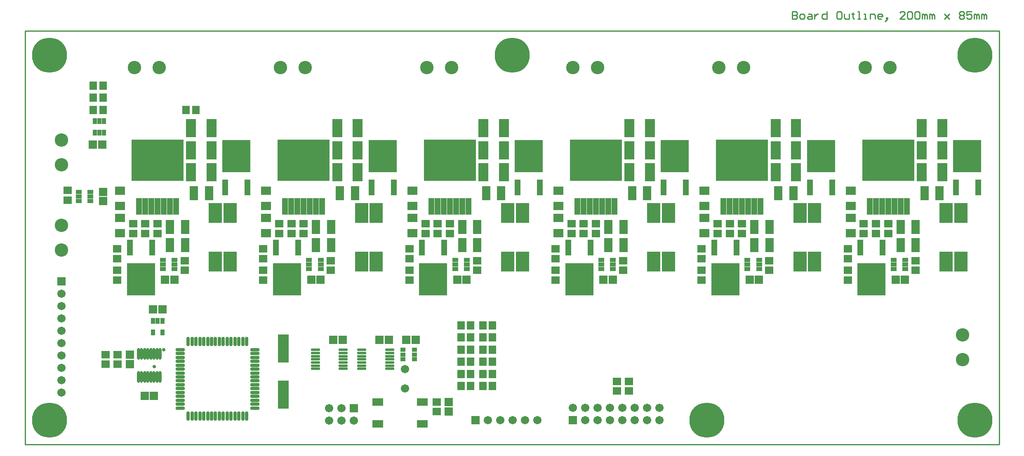
<source format=gts>
%FSLAX44Y44*%
%MOMM*%
G71*
G01*
G75*
G04 Layer_Color=8388736*
%ADD10R,1.6000X1.5000*%
%ADD11R,1.5000X1.4000*%
%ADD12R,1.4000X1.5000*%
%ADD13R,0.6500X1.1000*%
%ADD14R,1.5000X1.6000*%
%ADD15R,1.1000X0.6500*%
%ADD16R,0.9500X3.2000*%
%ADD17R,10.5000X8.3000*%
%ADD18R,1.8000X3.5000*%
%ADD19R,1.9000X1.5000*%
%ADD20O,0.4000X2.2500*%
%ADD21R,0.9000X0.6500*%
%ADD22O,1.7000X0.3500*%
%ADD23O,0.5500X1.7500*%
%ADD24O,1.7500X0.5500*%
%ADD25R,2.5000X3.8500*%
%ADD26R,1.5000X2.8000*%
%ADD27R,1.0000X3.0500*%
%ADD28R,5.5500X6.5000*%
%ADD29R,2.1000X5.6000*%
%ADD30R,2.1000X1.4000*%
%ADD31C,0.2000*%
%ADD32C,1.5000*%
%ADD33C,0.8000*%
%ADD34C,1.2000*%
%ADD35C,0.7500*%
%ADD36C,1.0000*%
%ADD37C,0.2540*%
%ADD38R,1.5000X1.5000*%
%ADD39C,1.5000*%
%ADD40R,1.5000X1.5000*%
%ADD41C,1.0000*%
%ADD42C,7.0000*%
%ADD43C,2.5400*%
%ADD44C,0.5000*%
%ADD45C,0.9000*%
%ADD46C,1.0160*%
%ADD47C,1.9160*%
G04:AMPARAMS|DCode=48|XSize=2.424mm|YSize=2.424mm|CornerRadius=0mm|HoleSize=0mm|Usage=FLASHONLY|Rotation=0.000|XOffset=0mm|YOffset=0mm|HoleType=Round|Shape=Relief|Width=0.254mm|Gap=0.254mm|Entries=4|*
%AMTHD48*
7,0,0,2.4240,1.9160,0.2540,45*
%
%ADD48THD48*%
%ADD49C,1.3160*%
%ADD50C,4.5160*%
%ADD51C,2.5160*%
G04:AMPARAMS|DCode=52|XSize=3.024mm|YSize=3.024mm|CornerRadius=0mm|HoleSize=0mm|Usage=FLASHONLY|Rotation=0.000|XOffset=0mm|YOffset=0mm|HoleType=Round|Shape=Relief|Width=0.254mm|Gap=0.254mm|Entries=4|*
%AMTHD52*
7,0,0,3.0240,2.5160,0.2540,45*
%
%ADD52THD52*%
%ADD53C,1.2160*%
%ADD54C,1.5160*%
%ADD55C,0.2500*%
%ADD56C,0.6000*%
%ADD57C,0.3810*%
%ADD58C,0.2032*%
%ADD59R,1.8032X1.7032*%
%ADD60R,1.7032X1.6032*%
%ADD61R,1.6032X1.7032*%
%ADD62R,0.8532X1.3032*%
%ADD63R,1.7032X1.8032*%
%ADD64R,1.3032X0.8532*%
%ADD65R,1.1532X3.4032*%
%ADD66R,10.7032X8.5032*%
%ADD67R,2.0032X3.7032*%
%ADD68R,2.1032X1.7032*%
%ADD69O,0.6032X2.4532*%
%ADD70R,1.1032X0.8532*%
%ADD71O,1.9032X0.5532*%
%ADD72O,0.7532X1.9532*%
%ADD73O,1.9532X0.7532*%
%ADD74R,2.7032X4.0532*%
%ADD75R,1.7032X3.0032*%
%ADD76R,1.2032X3.2532*%
%ADD77R,5.7532X6.7032*%
%ADD78R,2.3032X5.8032*%
%ADD79R,2.3032X1.6032*%
%ADD80R,1.7032X1.7032*%
%ADD81C,1.7032*%
%ADD82R,1.7032X1.7032*%
%ADD83C,1.2032*%
%ADD84C,7.2032*%
%ADD85C,2.7432*%
%ADD86C,0.7032*%
D37*
X1450000Y1825000D02*
Y2675000D01*
Y1825000D02*
X3450000D01*
Y2675000D01*
X1450000D02*
X3450000D01*
X3025000Y2715235D02*
Y2700000D01*
X3032617D01*
X3035157Y2702539D01*
Y2705078D01*
X3032617Y2707617D01*
X3025000D01*
X3032617D01*
X3035157Y2710157D01*
Y2712696D01*
X3032617Y2715235D01*
X3025000D01*
X3042774Y2700000D02*
X3047852D01*
X3050392Y2702539D01*
Y2707617D01*
X3047852Y2710157D01*
X3042774D01*
X3040235Y2707617D01*
Y2702539D01*
X3042774Y2700000D01*
X3058009Y2710157D02*
X3063088D01*
X3065627Y2707617D01*
Y2700000D01*
X3058009D01*
X3055470Y2702539D01*
X3058009Y2705078D01*
X3065627D01*
X3070705Y2710157D02*
Y2700000D01*
Y2705078D01*
X3073244Y2707617D01*
X3075784Y2710157D01*
X3078323D01*
X3096097Y2715235D02*
Y2700000D01*
X3088480D01*
X3085940Y2702539D01*
Y2707617D01*
X3088480Y2710157D01*
X3096097D01*
X3124028Y2715235D02*
X3118950D01*
X3116411Y2712696D01*
Y2702539D01*
X3118950Y2700000D01*
X3124028D01*
X3126567Y2702539D01*
Y2712696D01*
X3124028Y2715235D01*
X3131646Y2710157D02*
Y2702539D01*
X3134185Y2700000D01*
X3141802D01*
Y2710157D01*
X3149420Y2712696D02*
Y2710157D01*
X3146880D01*
X3151959D01*
X3149420D01*
Y2702539D01*
X3151959Y2700000D01*
X3159576D02*
X3164655D01*
X3162115D01*
Y2715235D01*
X3159576D01*
X3172272Y2700000D02*
X3177351D01*
X3174811D01*
Y2710157D01*
X3172272D01*
X3184968Y2700000D02*
Y2710157D01*
X3192586D01*
X3195125Y2707617D01*
Y2700000D01*
X3207821D02*
X3202743D01*
X3200203Y2702539D01*
Y2707617D01*
X3202743Y2710157D01*
X3207821D01*
X3210360Y2707617D01*
Y2705078D01*
X3200203D01*
X3217978Y2697461D02*
X3220517Y2700000D01*
Y2702539D01*
X3217978D01*
Y2700000D01*
X3220517D01*
X3217978Y2697461D01*
X3215439Y2694922D01*
X3256065Y2700000D02*
X3245909D01*
X3256065Y2710157D01*
Y2712696D01*
X3253526Y2715235D01*
X3248448D01*
X3245909Y2712696D01*
X3261143D02*
X3263683Y2715235D01*
X3268761D01*
X3271300Y2712696D01*
Y2702539D01*
X3268761Y2700000D01*
X3263683D01*
X3261143Y2702539D01*
Y2712696D01*
X3276379D02*
X3278918Y2715235D01*
X3283996D01*
X3286535Y2712696D01*
Y2702539D01*
X3283996Y2700000D01*
X3278918D01*
X3276379Y2702539D01*
Y2712696D01*
X3291614Y2700000D02*
Y2710157D01*
X3294153D01*
X3296692Y2707617D01*
Y2700000D01*
Y2707617D01*
X3299231Y2710157D01*
X3301771Y2707617D01*
Y2700000D01*
X3306849D02*
Y2710157D01*
X3309388D01*
X3311927Y2707617D01*
Y2700000D01*
Y2707617D01*
X3314466Y2710157D01*
X3317006Y2707617D01*
Y2700000D01*
X3337319Y2710157D02*
X3347476Y2700000D01*
X3342397Y2705078D01*
X3347476Y2710157D01*
X3337319Y2700000D01*
X3367789Y2712696D02*
X3370328Y2715235D01*
X3375406D01*
X3377946Y2712696D01*
Y2710157D01*
X3375406Y2707617D01*
X3377946Y2705078D01*
Y2702539D01*
X3375406Y2700000D01*
X3370328D01*
X3367789Y2702539D01*
Y2705078D01*
X3370328Y2707617D01*
X3367789Y2710157D01*
Y2712696D01*
X3370328Y2707617D02*
X3375406D01*
X3393181Y2715235D02*
X3383024D01*
Y2707617D01*
X3388102Y2710157D01*
X3390642D01*
X3393181Y2707617D01*
Y2702539D01*
X3390642Y2700000D01*
X3385563D01*
X3383024Y2702539D01*
X3398259Y2700000D02*
Y2710157D01*
X3400798D01*
X3403338Y2707617D01*
Y2700000D01*
Y2707617D01*
X3405877Y2710157D01*
X3408416Y2707617D01*
Y2700000D01*
X3413494D02*
Y2710157D01*
X3416034D01*
X3418573Y2707617D01*
Y2700000D01*
Y2707617D01*
X3421112Y2710157D01*
X3423651Y2707617D01*
Y2700000D01*
D59*
X1665000Y1990500D02*
D03*
Y2009500D02*
D03*
X1610000Y2344500D02*
D03*
Y2325500D02*
D03*
X2320000Y1893000D02*
D03*
Y1912000D02*
D03*
D60*
X1640000Y2010000D02*
D03*
Y1990000D02*
D03*
X1615000Y2010000D02*
D03*
Y1990000D02*
D03*
X1537500Y2347500D02*
D03*
Y2327500D02*
D03*
X2690000Y1935000D02*
D03*
Y1955000D02*
D03*
X2665000Y1935000D02*
D03*
Y1955000D02*
D03*
X2295000Y1892500D02*
D03*
Y1912500D02*
D03*
X3172000Y2279000D02*
D03*
Y2259000D02*
D03*
X3222000Y2279000D02*
D03*
Y2259000D02*
D03*
X3197000D02*
D03*
Y2279000D02*
D03*
X3139000Y2163000D02*
D03*
Y2183000D02*
D03*
Y2207000D02*
D03*
Y2227000D02*
D03*
X3278000Y2203000D02*
D03*
Y2183000D02*
D03*
X2272000Y2279000D02*
D03*
Y2259000D02*
D03*
X2322000Y2279000D02*
D03*
Y2259000D02*
D03*
X2297000D02*
D03*
Y2279000D02*
D03*
X2239000Y2163000D02*
D03*
Y2183000D02*
D03*
Y2207000D02*
D03*
Y2227000D02*
D03*
X2378000Y2203000D02*
D03*
Y2183000D02*
D03*
X2872000Y2279000D02*
D03*
Y2259000D02*
D03*
X2922000Y2279000D02*
D03*
Y2259000D02*
D03*
X2897000D02*
D03*
Y2279000D02*
D03*
X2839000Y2163000D02*
D03*
Y2183000D02*
D03*
Y2207000D02*
D03*
Y2227000D02*
D03*
X2978000Y2203000D02*
D03*
Y2183000D02*
D03*
X2572000Y2279000D02*
D03*
Y2259000D02*
D03*
X2622000Y2279000D02*
D03*
Y2259000D02*
D03*
X2597000D02*
D03*
Y2279000D02*
D03*
X2539000Y2163000D02*
D03*
Y2183000D02*
D03*
Y2207000D02*
D03*
Y2227000D02*
D03*
X2678000Y2203000D02*
D03*
Y2183000D02*
D03*
X1672000Y2279000D02*
D03*
Y2259000D02*
D03*
X1722000Y2279000D02*
D03*
Y2259000D02*
D03*
X1697000D02*
D03*
Y2279000D02*
D03*
X1639000Y2163000D02*
D03*
Y2183000D02*
D03*
Y2207000D02*
D03*
Y2227000D02*
D03*
X1778000Y2203000D02*
D03*
Y2183000D02*
D03*
X1972000Y2279000D02*
D03*
Y2259000D02*
D03*
X2022000Y2279000D02*
D03*
Y2259000D02*
D03*
X1997000D02*
D03*
Y2279000D02*
D03*
X1939000Y2163000D02*
D03*
Y2183000D02*
D03*
Y2207000D02*
D03*
Y2227000D02*
D03*
X2078000Y2203000D02*
D03*
Y2183000D02*
D03*
D61*
X1590250Y2512750D02*
D03*
X1610250D02*
D03*
Y2537750D02*
D03*
X1590250D02*
D03*
Y2562750D02*
D03*
X1610250D02*
D03*
X2345000Y1945000D02*
D03*
X2365000D02*
D03*
X2345000Y1970000D02*
D03*
X2365000D02*
D03*
X2345000Y1995000D02*
D03*
X2365000D02*
D03*
X2345000Y2020000D02*
D03*
X2365000D02*
D03*
X2345000Y2045000D02*
D03*
X2365000D02*
D03*
X2345000Y2070000D02*
D03*
X2365000D02*
D03*
X1780500Y2512750D02*
D03*
X1800500D02*
D03*
X2410000Y2070000D02*
D03*
X2390000D02*
D03*
X2410000Y2045000D02*
D03*
X2390000D02*
D03*
X2410000Y2020000D02*
D03*
X2390000D02*
D03*
X2410000Y1995000D02*
D03*
X2390000D02*
D03*
X2410000Y1970000D02*
D03*
X2390000D02*
D03*
X2410000Y1945000D02*
D03*
X2390000D02*
D03*
D62*
X1593250Y2489750D02*
D03*
X1602750D02*
D03*
X1612250D02*
D03*
Y2465750D02*
D03*
X1602750D02*
D03*
X1593250D02*
D03*
X1732000Y2055500D02*
D03*
X1713000D02*
D03*
Y2079500D02*
D03*
X1722500D02*
D03*
X1732000D02*
D03*
D63*
X1608250Y2441500D02*
D03*
X1589250D02*
D03*
X2233000Y2040000D02*
D03*
X2252000D02*
D03*
X2083000D02*
D03*
X2102000D02*
D03*
X2178000D02*
D03*
X2197000D02*
D03*
X1732000Y2102500D02*
D03*
X1713000D02*
D03*
X1695500Y1925000D02*
D03*
X1714500D02*
D03*
X3256500Y2164000D02*
D03*
X3237500D02*
D03*
X2356500D02*
D03*
X2337500D02*
D03*
X2956500D02*
D03*
X2937500D02*
D03*
X2656500D02*
D03*
X2637500D02*
D03*
X1756500D02*
D03*
X1737500D02*
D03*
X2056500D02*
D03*
X2037500D02*
D03*
D64*
X1560500Y2325500D02*
D03*
Y2335000D02*
D03*
Y2344500D02*
D03*
X1584500D02*
D03*
Y2335000D02*
D03*
Y2325500D02*
D03*
X3233000Y2204500D02*
D03*
Y2195000D02*
D03*
Y2185500D02*
D03*
X3257000D02*
D03*
Y2195000D02*
D03*
Y2204500D02*
D03*
X2333000D02*
D03*
Y2195000D02*
D03*
Y2185500D02*
D03*
X2357000D02*
D03*
Y2195000D02*
D03*
Y2204500D02*
D03*
X2933000D02*
D03*
Y2195000D02*
D03*
Y2185500D02*
D03*
X2957000D02*
D03*
Y2195000D02*
D03*
Y2204500D02*
D03*
X2633000D02*
D03*
Y2195000D02*
D03*
Y2185500D02*
D03*
X2657000D02*
D03*
Y2195000D02*
D03*
Y2204500D02*
D03*
X1733000D02*
D03*
Y2195000D02*
D03*
Y2185500D02*
D03*
X1757000D02*
D03*
Y2195000D02*
D03*
Y2204500D02*
D03*
X2033000D02*
D03*
Y2195000D02*
D03*
Y2185500D02*
D03*
X2057000D02*
D03*
Y2195000D02*
D03*
Y2204500D02*
D03*
D65*
X2883900Y2314500D02*
D03*
X2896600D02*
D03*
X2909300D02*
D03*
X2922000D02*
D03*
X2934700D02*
D03*
X2947400D02*
D03*
X2960100D02*
D03*
X1683900D02*
D03*
X1696600D02*
D03*
X1709300D02*
D03*
X1722000D02*
D03*
X1734700D02*
D03*
X1747400D02*
D03*
X1760100D02*
D03*
X2583900D02*
D03*
X2596600D02*
D03*
X2609300D02*
D03*
X2622000D02*
D03*
X2634700D02*
D03*
X2647400D02*
D03*
X2660100D02*
D03*
X1983900D02*
D03*
X1996600D02*
D03*
X2009300D02*
D03*
X2022000D02*
D03*
X2034700D02*
D03*
X2047400D02*
D03*
X2060100D02*
D03*
X2283900D02*
D03*
X2296600D02*
D03*
X2309300D02*
D03*
X2322000D02*
D03*
X2334700D02*
D03*
X2347400D02*
D03*
X2360100D02*
D03*
X3183900D02*
D03*
X3196600D02*
D03*
X3209300D02*
D03*
X3222000D02*
D03*
X3234700D02*
D03*
X3247400D02*
D03*
X3260100D02*
D03*
D66*
X2922000Y2409000D02*
D03*
X1722000D02*
D03*
X2622000D02*
D03*
X2022000D02*
D03*
X2322000D02*
D03*
X3222000D02*
D03*
D67*
X1833000Y2475000D02*
D03*
X1791000D02*
D03*
X2733000D02*
D03*
X2691000D02*
D03*
X2133000D02*
D03*
X2091000D02*
D03*
X3033000D02*
D03*
X2991000D02*
D03*
X2433000D02*
D03*
X2391000D02*
D03*
X3333000D02*
D03*
X3291000D02*
D03*
X3291000Y2385000D02*
D03*
X3333000D02*
D03*
X3291000Y2430000D02*
D03*
X3333000D02*
D03*
X2391000Y2385000D02*
D03*
X2433000D02*
D03*
X2391000Y2430000D02*
D03*
X2433000D02*
D03*
X2991000Y2385000D02*
D03*
X3033000D02*
D03*
X2991000Y2430000D02*
D03*
X3033000D02*
D03*
X2691000Y2385000D02*
D03*
X2733000D02*
D03*
X2691000Y2430000D02*
D03*
X2733000D02*
D03*
X1791000Y2385000D02*
D03*
X1833000D02*
D03*
X1791000Y2430000D02*
D03*
X1833000D02*
D03*
X2091000Y2385000D02*
D03*
X2133000D02*
D03*
X2091000Y2430000D02*
D03*
X2133000D02*
D03*
D68*
X3145000Y2290500D02*
D03*
Y2259500D02*
D03*
X2245000Y2290500D02*
D03*
Y2259500D02*
D03*
X2845000Y2290500D02*
D03*
Y2259500D02*
D03*
X1945000Y2290500D02*
D03*
Y2259500D02*
D03*
X2545000Y2290500D02*
D03*
Y2259500D02*
D03*
X1645000Y2290500D02*
D03*
Y2259500D02*
D03*
X3145000Y2346500D02*
D03*
Y2315500D02*
D03*
X2245000Y2346500D02*
D03*
Y2315500D02*
D03*
X2845000Y2346500D02*
D03*
Y2315500D02*
D03*
X2545000Y2346500D02*
D03*
Y2315500D02*
D03*
X1645000Y2346500D02*
D03*
Y2315500D02*
D03*
X1945000Y2346500D02*
D03*
Y2315500D02*
D03*
D69*
X1682775Y1963750D02*
D03*
X1689125D02*
D03*
X1695475D02*
D03*
X1701825D02*
D03*
X1708175D02*
D03*
X1714525D02*
D03*
X1720875D02*
D03*
X1727225D02*
D03*
X1682775Y2011250D02*
D03*
X1689125D02*
D03*
X1695475D02*
D03*
X1701825D02*
D03*
X1708175D02*
D03*
X1714525D02*
D03*
X1720875D02*
D03*
X1727225D02*
D03*
D70*
X2225500Y2000500D02*
D03*
Y2010000D02*
D03*
Y2019500D02*
D03*
X2249500D02*
D03*
Y2010000D02*
D03*
Y2000500D02*
D03*
D71*
X2046500Y2019500D02*
D03*
Y2013000D02*
D03*
Y2006500D02*
D03*
Y2000000D02*
D03*
Y1993500D02*
D03*
Y1987000D02*
D03*
Y1980500D02*
D03*
X2103500Y2019500D02*
D03*
Y2013000D02*
D03*
Y2006500D02*
D03*
Y2000000D02*
D03*
Y1993500D02*
D03*
Y1987000D02*
D03*
Y1980500D02*
D03*
X2141500Y2019500D02*
D03*
Y2013000D02*
D03*
Y2006500D02*
D03*
Y2000000D02*
D03*
Y1993500D02*
D03*
Y1987000D02*
D03*
Y1980500D02*
D03*
X2198500Y2019500D02*
D03*
Y2013000D02*
D03*
Y2006500D02*
D03*
Y2000000D02*
D03*
Y1993500D02*
D03*
Y1987000D02*
D03*
Y1980500D02*
D03*
D72*
X1905000Y2036500D02*
D03*
X1897000D02*
D03*
X1889000D02*
D03*
X1881000D02*
D03*
X1873000D02*
D03*
X1865000D02*
D03*
X1857000D02*
D03*
X1849000D02*
D03*
X1841000D02*
D03*
X1833000D02*
D03*
X1825000D02*
D03*
X1817000D02*
D03*
X1809000D02*
D03*
X1801000D02*
D03*
X1793000D02*
D03*
X1785000D02*
D03*
Y1883500D02*
D03*
X1793000D02*
D03*
X1801000D02*
D03*
X1809000D02*
D03*
X1817000D02*
D03*
X1825000D02*
D03*
X1833000D02*
D03*
X1841000D02*
D03*
X1849000D02*
D03*
X1857000D02*
D03*
X1865000D02*
D03*
X1873000D02*
D03*
X1881000D02*
D03*
X1889000D02*
D03*
X1897000D02*
D03*
X1905000D02*
D03*
D73*
X1768500Y2020000D02*
D03*
Y2012000D02*
D03*
Y2004000D02*
D03*
Y1996000D02*
D03*
Y1988000D02*
D03*
Y1980000D02*
D03*
Y1972000D02*
D03*
Y1964000D02*
D03*
Y1956000D02*
D03*
Y1948000D02*
D03*
Y1940000D02*
D03*
Y1932000D02*
D03*
Y1924000D02*
D03*
Y1916000D02*
D03*
Y1908000D02*
D03*
Y1900000D02*
D03*
X1921500D02*
D03*
Y1908000D02*
D03*
Y1916000D02*
D03*
Y1924000D02*
D03*
Y1932000D02*
D03*
Y1940000D02*
D03*
Y1948000D02*
D03*
Y1956000D02*
D03*
Y1964000D02*
D03*
Y1972000D02*
D03*
Y1980000D02*
D03*
Y1988000D02*
D03*
Y1996000D02*
D03*
Y2004000D02*
D03*
Y2012000D02*
D03*
Y2020000D02*
D03*
D74*
X3341000Y2201250D02*
D03*
X3371000D02*
D03*
Y2300750D02*
D03*
X3341000D02*
D03*
X2441000Y2201250D02*
D03*
X2471000D02*
D03*
Y2300750D02*
D03*
X2441000D02*
D03*
X3041000Y2201250D02*
D03*
X3071000D02*
D03*
Y2300750D02*
D03*
X3041000D02*
D03*
X2741000Y2201250D02*
D03*
X2771000D02*
D03*
Y2300750D02*
D03*
X2741000D02*
D03*
X1841000Y2201250D02*
D03*
X1871000D02*
D03*
Y2300750D02*
D03*
X1841000D02*
D03*
X2141000Y2201250D02*
D03*
X2171000D02*
D03*
Y2300750D02*
D03*
X2141000D02*
D03*
D75*
X3296500Y2342000D02*
D03*
X3327500D02*
D03*
X3247500Y2235000D02*
D03*
X3278500D02*
D03*
X3247500Y2272000D02*
D03*
X3278500D02*
D03*
X2396500Y2342000D02*
D03*
X2427500D02*
D03*
X2347500Y2235000D02*
D03*
X2378500D02*
D03*
X2347500Y2272000D02*
D03*
X2378500D02*
D03*
X2996500Y2342000D02*
D03*
X3027500D02*
D03*
X2947500Y2235000D02*
D03*
X2978500D02*
D03*
X2947500Y2272000D02*
D03*
X2978500D02*
D03*
X2696500Y2342000D02*
D03*
X2727500D02*
D03*
X2647500Y2235000D02*
D03*
X2678500D02*
D03*
X2647500Y2272000D02*
D03*
X2678500D02*
D03*
X1796500Y2342000D02*
D03*
X1827500D02*
D03*
X1747500Y2235000D02*
D03*
X1778500D02*
D03*
X1747500Y2272000D02*
D03*
X1778500D02*
D03*
X2096500Y2342000D02*
D03*
X2127500D02*
D03*
X2047500Y2235000D02*
D03*
X2078500D02*
D03*
X2047500Y2272000D02*
D03*
X2078500D02*
D03*
D76*
X3361100Y2353500D02*
D03*
X3406900D02*
D03*
X3210900Y2229500D02*
D03*
X3165100D02*
D03*
X2461100Y2353500D02*
D03*
X2506900D02*
D03*
X2310900Y2229500D02*
D03*
X2265100D02*
D03*
X3061100Y2353500D02*
D03*
X3106900D02*
D03*
X2910900Y2229500D02*
D03*
X2865100D02*
D03*
X2761100Y2353500D02*
D03*
X2806900D02*
D03*
X2610900Y2229500D02*
D03*
X2565100D02*
D03*
X1861100Y2353500D02*
D03*
X1906900D02*
D03*
X1710900Y2229500D02*
D03*
X1665100D02*
D03*
X2161100Y2353500D02*
D03*
X2206900D02*
D03*
X2010900Y2229500D02*
D03*
X1965100D02*
D03*
D77*
X3384000Y2418000D02*
D03*
X3188000Y2165000D02*
D03*
X2484000Y2418000D02*
D03*
X2288000Y2165000D02*
D03*
X3084000Y2418000D02*
D03*
X2888000Y2165000D02*
D03*
X2784000Y2418000D02*
D03*
X2588000Y2165000D02*
D03*
X1884000Y2418000D02*
D03*
X1688000Y2165000D02*
D03*
X2184000Y2418000D02*
D03*
X1988000Y2165000D02*
D03*
D78*
X1980000Y1927500D02*
D03*
Y2022500D02*
D03*
D79*
X2174500Y1912500D02*
D03*
X2265500Y1867500D02*
D03*
Y1912500D02*
D03*
X2174500Y1867500D02*
D03*
D80*
X2125000Y1900000D02*
D03*
X2375000Y1875000D02*
D03*
X2575000D02*
D03*
D81*
X2125000Y1874600D02*
D03*
X2099600Y1900000D02*
D03*
Y1874600D02*
D03*
X2074200Y1900000D02*
D03*
Y1874600D02*
D03*
X1525000Y2109200D02*
D03*
Y1931400D02*
D03*
Y1956800D02*
D03*
Y1982200D02*
D03*
Y2007600D02*
D03*
Y2033000D02*
D03*
Y2058400D02*
D03*
Y2083800D02*
D03*
Y2134600D02*
D03*
X2400400Y1875000D02*
D03*
X2425800D02*
D03*
X2451200D02*
D03*
X2476600D02*
D03*
X2502000D02*
D03*
X2575000Y1900400D02*
D03*
X2600400Y1875000D02*
D03*
Y1900400D02*
D03*
X2625800Y1875000D02*
D03*
Y1900400D02*
D03*
X2651200Y1875000D02*
D03*
Y1900400D02*
D03*
X2676600Y1875000D02*
D03*
Y1900400D02*
D03*
X2702000Y1875000D02*
D03*
Y1900400D02*
D03*
X2727400Y1875000D02*
D03*
Y1900400D02*
D03*
X2752800Y1875000D02*
D03*
Y1900400D02*
D03*
X2230000Y1980000D02*
D03*
Y1940000D02*
D03*
D82*
X1525000Y2160000D02*
D03*
D83*
X2863120Y1897730D02*
D03*
X2872733Y1888125D02*
D03*
X2863120Y1852270D02*
D03*
X2872730Y1861880D02*
D03*
X2836880Y1852270D02*
D03*
X2827270Y1861880D02*
D03*
X2836875Y1897733D02*
D03*
X2827270Y1888120D02*
D03*
X2850000Y1848750D02*
D03*
X2876250Y1875000D02*
D03*
X2850000Y1901250D02*
D03*
X2823750Y1875000D02*
D03*
X3413120Y1897730D02*
D03*
X3422733Y1888125D02*
D03*
X3413120Y1852270D02*
D03*
X3422730Y1861880D02*
D03*
X3386880Y1852270D02*
D03*
X3377270Y1861880D02*
D03*
X3386875Y1897733D02*
D03*
X3377270Y1888120D02*
D03*
X3400000Y1848750D02*
D03*
X3426250Y1875000D02*
D03*
X3400000Y1901250D02*
D03*
X3373750Y1875000D02*
D03*
X3413120Y2647730D02*
D03*
X3422733Y2638125D02*
D03*
X3413120Y2602270D02*
D03*
X3422730Y2611880D02*
D03*
X3386880Y2602270D02*
D03*
X3377270Y2611880D02*
D03*
X3386875Y2647733D02*
D03*
X3377270Y2638120D02*
D03*
X3400000Y2598750D02*
D03*
X3426250Y2625000D02*
D03*
X3400000Y2651250D02*
D03*
X3373750Y2625000D02*
D03*
X2463120Y2647730D02*
D03*
X2472733Y2638125D02*
D03*
X2463120Y2602270D02*
D03*
X2472730Y2611880D02*
D03*
X2436880Y2602270D02*
D03*
X2427270Y2611880D02*
D03*
X2436875Y2647733D02*
D03*
X2427270Y2638120D02*
D03*
X2450000Y2598750D02*
D03*
X2476250Y2625000D02*
D03*
X2450000Y2651250D02*
D03*
X2423750Y2625000D02*
D03*
X1513120Y2647730D02*
D03*
X1522733Y2638125D02*
D03*
X1513120Y2602270D02*
D03*
X1522730Y2611880D02*
D03*
X1486880Y2602270D02*
D03*
X1477270Y2611880D02*
D03*
X1486875Y2647733D02*
D03*
X1477270Y2638120D02*
D03*
X1500000Y2598750D02*
D03*
X1526250Y2625000D02*
D03*
X1500000Y2651250D02*
D03*
X1473750Y2625000D02*
D03*
X1513120Y1897730D02*
D03*
X1522733Y1888125D02*
D03*
X1513120Y1852270D02*
D03*
X1522730Y1861880D02*
D03*
X1486880Y1852270D02*
D03*
X1477270Y1861880D02*
D03*
X1486875Y1897733D02*
D03*
X1477270Y1888120D02*
D03*
X1500000Y1848750D02*
D03*
X1526250Y1875000D02*
D03*
X1500000Y1901250D02*
D03*
X1473750Y1875000D02*
D03*
D84*
X2850000D02*
D03*
X3400000D02*
D03*
Y2625000D02*
D03*
X2450000D02*
D03*
X1500000D02*
D03*
Y1875000D02*
D03*
D85*
X1525000Y2275400D02*
D03*
Y2224600D02*
D03*
Y2450400D02*
D03*
Y2399600D02*
D03*
X1674600Y2600000D02*
D03*
X1725400D02*
D03*
X3174600D02*
D03*
X3225400D02*
D03*
X2874600D02*
D03*
X2925400D02*
D03*
X2574600D02*
D03*
X2625400D02*
D03*
X2274600D02*
D03*
X2325400D02*
D03*
X1974600D02*
D03*
X2025400D02*
D03*
X3375000Y1999600D02*
D03*
Y2050400D02*
D03*
D86*
X1735000Y2020000D02*
D03*
X1715000Y1985000D02*
D03*
X2892000Y2424500D02*
D03*
Y2404500D02*
D03*
Y2384500D02*
D03*
X2922000Y2424500D02*
D03*
Y2404500D02*
D03*
Y2384500D02*
D03*
X2952000Y2424500D02*
D03*
Y2404500D02*
D03*
Y2384500D02*
D03*
X1692000Y2424500D02*
D03*
Y2404500D02*
D03*
Y2384500D02*
D03*
X1722000Y2424500D02*
D03*
Y2404500D02*
D03*
Y2384500D02*
D03*
X1752000Y2424500D02*
D03*
Y2404500D02*
D03*
Y2384500D02*
D03*
X2592000Y2424500D02*
D03*
Y2404500D02*
D03*
Y2384500D02*
D03*
X2622000Y2424500D02*
D03*
Y2404500D02*
D03*
Y2384500D02*
D03*
X2652000Y2424500D02*
D03*
Y2404500D02*
D03*
Y2384500D02*
D03*
X1992000Y2424500D02*
D03*
Y2404500D02*
D03*
Y2384500D02*
D03*
X2022000Y2424500D02*
D03*
Y2404500D02*
D03*
Y2384500D02*
D03*
X2052000Y2424500D02*
D03*
Y2404500D02*
D03*
Y2384500D02*
D03*
X2292000Y2424500D02*
D03*
Y2404500D02*
D03*
Y2384500D02*
D03*
X2322000Y2424500D02*
D03*
Y2404500D02*
D03*
Y2384500D02*
D03*
X2352000Y2424500D02*
D03*
Y2404500D02*
D03*
Y2384500D02*
D03*
X3192000Y2424500D02*
D03*
Y2404500D02*
D03*
Y2384500D02*
D03*
X3222000Y2424500D02*
D03*
Y2404500D02*
D03*
Y2384500D02*
D03*
X3252000Y2424500D02*
D03*
Y2404500D02*
D03*
Y2384500D02*
D03*
M02*

</source>
